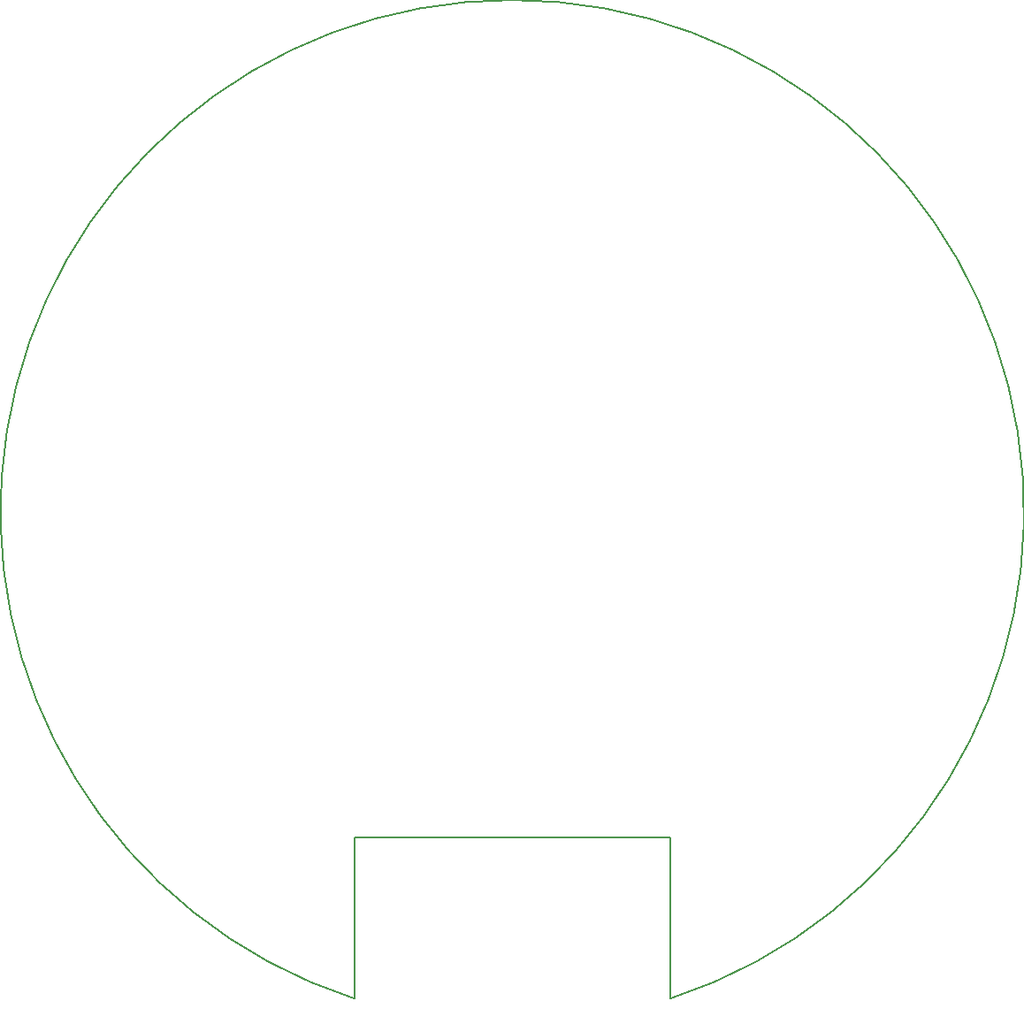
<source format=gko>
G04 Layer_Color=16720538*
%FSLAX24Y24*%
%MOIN*%
G70*
G01*
G75*
%ADD27C,0.0079*%
D27*
X31149Y21020D02*
G03*
X19245Y21020I-5952J18350D01*
G01*
Y27087D01*
X31142D01*
Y21629D02*
Y27087D01*
Y21629D02*
X31149D01*
Y21020D02*
Y21629D01*
M02*

</source>
